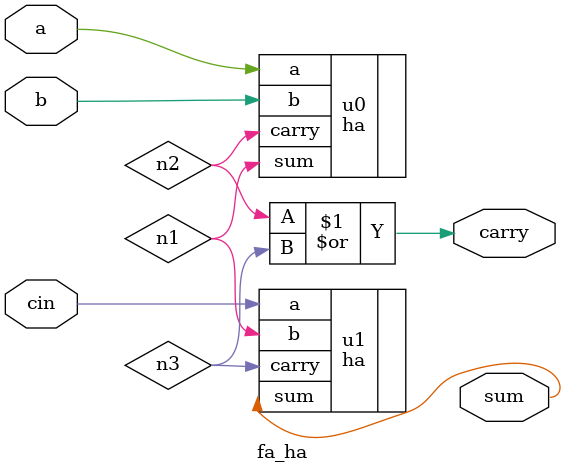
<source format=v>
`include"ha.v"
module fa_ha(a,b,cin,sum,carry);
input a,b,cin;
output sum,carry;
wire n1,n2,n3;
ha u0(.sum(n1),.carry(n2),.a(a),.b(b));
ha u1(.sum(sum),.carry(n3),.b(n1),.a(cin));
or (carry,n2,n3);
endmodule

</source>
